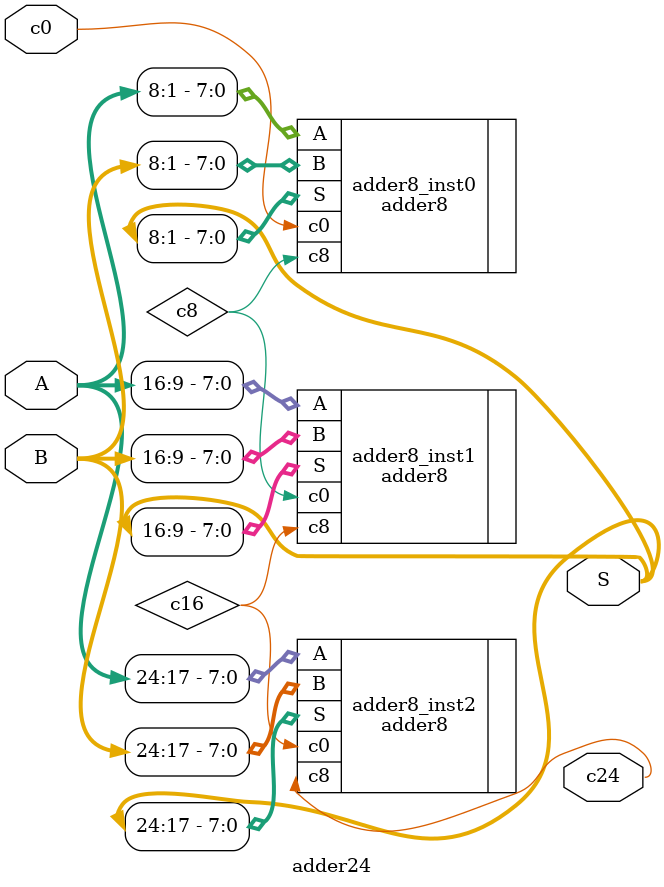
<source format=v>
`timescale 1ns/1ns
module adder24(
    input           [24:1]      A                 ,
    input           [24:1]      B                 ,
    input                       c0                ,
    output          [24:1]      S                 ,
    output                      c24                             
);

    wire c8, c16;

    adder8 adder8_inst0(
        .A              (A[8:1]     )       ,
        .B              (B[8:1]     )       ,
        .c0             (c0         )       ,
        .S              (S[8:1]     )       ,
        .c8             (c8         )       
    );

    adder8 adder8_inst1(
        .A              (A[16:9]    )       ,
        .B              (B[16:9]    )       ,
        .c0             (c8         )       ,
        .S              (S[16:9]    )       ,
        .c8             (c16        )       
    );

    adder8 adder8_inst2(
        .A              (A[24:17]   )       ,
        .B              (B[24:17]   )       ,
        .c0             (c16        )       ,
        .S              (S[24:17]   )       ,
        .c8             (c24        )       
    );


endmodule

</source>
